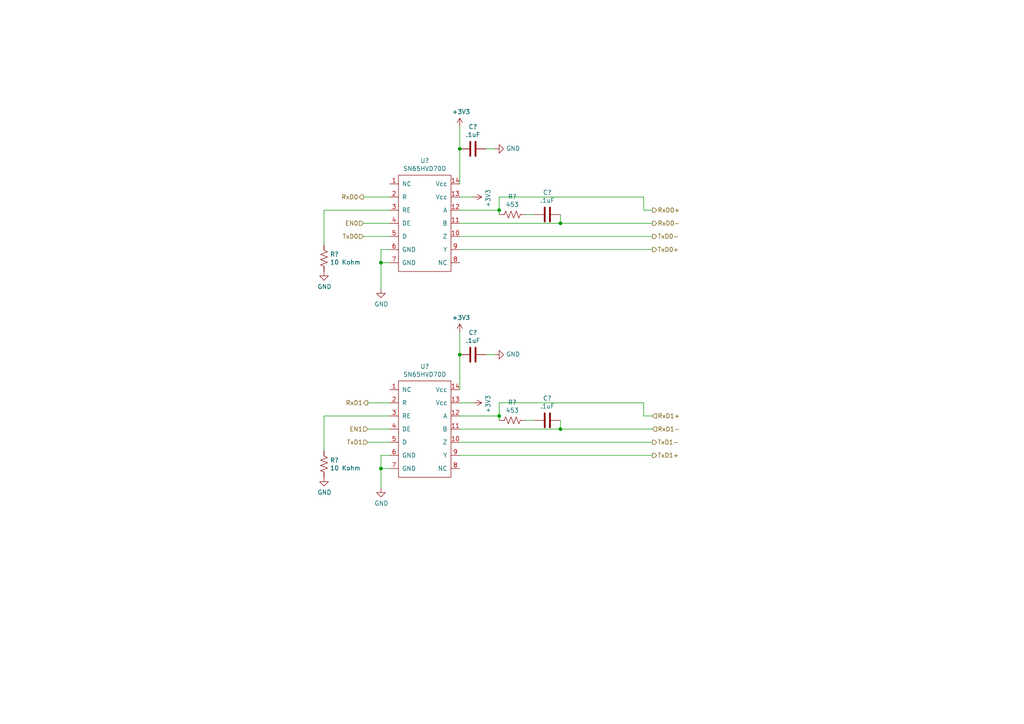
<source format=kicad_sch>
(kicad_sch (version 20211123) (generator eeschema)
  (paper "A4")
  (title_block (title "Avionics Board") (rev "A") (company "SilverSat Limited"))
  (lib_symbols
    (symbol "Device:C" (pin_numbers hide) (pin_names (offset 0.254))
      (property "Reference" "C" (at 0.635 2.54 0))
      (property "Value" "C" (at 0.635 -2.54 0))
      (symbol "C_0_1"
        (polyline (pts (xy -2.032 -0.762) (xy 2.032 -0.762)) (stroke (width 0.508)))
        (polyline (pts (xy -2.032 0.762) (xy 2.032 0.762)) (stroke (width 0.508)))
      )
      (symbol "C_1_1"
        (pin passive line (at 0 3.81 270) (length 2.794) (name "~") (number "1"))
        (pin passive line (at 0 -3.81 90) (length 2.794) (name "~") (number "2"))
      )
    )
    (symbol "Device:R_US" (pin_numbers hide) (pin_names (offset 0))
      (property "Reference" "R" (at 2.54 0 90))
      (property "Value" "R_US" (at -2.54 0 90))
      (symbol "R_US_0_1"
        (polyline (pts (xy 0 -2.286) (xy 0 -2.54)))
        (polyline (pts (xy 0 2.286) (xy 0 2.54)))
        (polyline (pts (xy 0 -0.762) (xy 1.016 -1.143) (xy 0 -1.524) (xy -1.016 -1.905) (xy 0 -2.286)))
        (polyline (pts (xy 0 0.762) (xy 1.016 0.381) (xy 0 0) (xy -1.016 -0.381) (xy 0 -0.762)))
        (polyline (pts (xy 0 2.286) (xy 1.016 1.905) (xy 0 1.524) (xy -1.016 1.143) (xy 0 0.762)))
      )
      (symbol "R_US_1_1"
        (pin passive line (at 0 3.81 270) (length 1.27) (name "~") (number "1"))
        (pin passive line (at 0 -3.81 90) (length 1.27) (name "~") (number "2"))
      )
    )
    (symbol "SilverSat_symbols:SN65HVD70D" (pin_names (offset 1.016))
      (property "Reference" "U" (at 0 0 0))
      (property "Value" "SN65HVD70D" (at 0 0 0))
      (symbol "SN65HVD70D_0_1"
        (rectangle (start -5.08 -3.81) (end 10.16 -31.75))
      )
      (symbol "SN65HVD70D_1_1"
        (pin input line (at -7.62 -6.35 0) (length 2.54) (name "NC") (number "1"))
        (pin input line (at 12.7 -21.59 180) (length 2.54) (name "Z") (number "10"))
        (pin input line (at 12.7 -17.78 180) (length 2.54) (name "B") (number "11"))
        (pin input line (at 12.7 -13.97 180) (length 2.54) (name "A") (number "12"))
        (pin input line (at 12.7 -10.16 180) (length 2.54) (name "Vcc") (number "13"))
        (pin input line (at 12.7 -6.35 180) (length 2.54) (name "Vcc") (number "14"))
        (pin input line (at -7.62 -10.16 0) (length 2.54) (name "R") (number "2"))
        (pin input line (at -7.62 -13.97 0) (length 2.54) (name "RE") (number "3"))
        (pin input line (at -7.62 -17.78 0) (length 2.54) (name "DE") (number "4"))
        (pin input line (at -7.62 -21.59 0) (length 2.54) (name "D") (number "5"))
        (pin input line (at -7.62 -25.4 0) (length 2.54) (name "GND") (number "6"))
        (pin input line (at -7.62 -29.21 0) (length 2.54) (name "GND") (number "7"))
        (pin input line (at 12.7 -29.21 180) (length 2.54) (name "NC") (number "8"))
        (pin input line (at 12.7 -25.4 180) (length 2.54) (name "Y") (number "9"))
      )
    )
    (symbol "power:+3.3V" (power) (pin_names (offset 0))
      (property "Value" "+3.3V" (at 0 3.556 0))
      (symbol "+3.3V_0_1"
        (polyline (pts (xy -0.762 1.27) (xy 0 2.54)))
        (polyline (pts (xy 0 0) (xy 0 2.54)))
        (polyline (pts (xy 0 2.54) (xy 0.762 1.27)))
      )
      (symbol "+3.3V_1_1"
        (pin power_in line (at 0 0 90) (length 0) hide (name "+3V3") (number "1"))
      )
    )
    (symbol "power:GND" (power) (pin_names (offset 0))
      (property "Value" "GND" (at 0 -3.81 0))
      (symbol "GND_0_1"
        (polyline (pts (xy 0 0) (xy 0 -1.27) (xy 1.27 -1.27) (xy 0 -2.54) (xy -1.27 -1.27) (xy 0 -1.27)))
      )
      (symbol "GND_1_1"
        (pin power_in line (at 0 0 270) (length 0) hide (name "GND") (number "1"))
      )
    )
  )
  (junction (at 162.56 124.46))
  (junction (at 110.49 76.2))
  (junction (at 144.78 120.65))
  (junction (at 133.35 43.18))
  (junction (at 162.56 64.77))
  (junction (at 110.49 135.89))
  (junction (at 144.78 60.96))
  (junction (at 133.35 102.87))
  (wire (pts (xy 162.56 121.92) (xy 162.56 124.46)))
  (wire (pts (xy 144.78 120.65) (xy 144.78 116.84)))
  (wire (pts (xy 93.98 60.96) (xy 93.98 71.12)))
  (wire (pts (xy 144.78 60.96) (xy 144.78 57.15)))
  (wire (pts (xy 133.35 102.87) (xy 133.35 113.03)))
  (wire (pts (xy 105.41 68.58) (xy 113.03 68.58)))
  (wire (pts (xy 110.49 132.08) (xy 110.49 135.89)))
  (wire (pts (xy 186.69 60.96) (xy 189.23 60.96)))
  (wire (pts (xy 162.56 64.77) (xy 189.23 64.77)))
  (wire (pts (xy 133.35 120.65) (xy 144.78 120.65)))
  (wire (pts (xy 113.03 60.96) (xy 93.98 60.96)))
  (wire (pts (xy 113.03 135.89) (xy 110.49 135.89)))
  (wire (pts (xy 144.78 116.84) (xy 186.69 116.84)))
  (wire (pts (xy 162.56 124.46) (xy 189.23 124.46)))
  (wire (pts (xy 133.35 72.39) (xy 189.23 72.39)))
  (wire (pts (xy 133.35 96.52) (xy 133.35 102.87)))
  (wire (pts (xy 133.35 124.46) (xy 162.56 124.46)))
  (wire (pts (xy 162.56 62.23) (xy 162.56 64.77)))
  (wire (pts (xy 152.4 121.92) (xy 154.94 121.92)))
  (wire (pts (xy 133.35 132.08) (xy 189.23 132.08)))
  (wire (pts (xy 186.69 120.65) (xy 189.23 120.65)))
  (wire (pts (xy 133.35 36.83) (xy 133.35 43.18)))
  (wire (pts (xy 186.69 57.15) (xy 186.69 60.96)))
  (wire (pts (xy 110.49 72.39) (xy 110.49 76.2)))
  (wire (pts (xy 113.03 120.65) (xy 93.98 120.65)))
  (wire (pts (xy 105.41 57.15) (xy 113.03 57.15)))
  (wire (pts (xy 133.35 64.77) (xy 162.56 64.77)))
  (wire (pts (xy 144.78 57.15) (xy 186.69 57.15)))
  (wire (pts (xy 133.35 68.58) (xy 189.23 68.58)))
  (wire (pts (xy 133.35 128.27) (xy 189.23 128.27)))
  (wire (pts (xy 144.78 62.23) (xy 144.78 60.96)))
  (wire (pts (xy 143.51 102.87) (xy 140.97 102.87)))
  (wire (pts (xy 113.03 132.08) (xy 110.49 132.08)))
  (wire (pts (xy 133.35 60.96) (xy 144.78 60.96)))
  (wire (pts (xy 110.49 76.2) (xy 110.49 83.82)))
  (wire (pts (xy 152.4 62.23) (xy 154.94 62.23)))
  (wire (pts (xy 186.69 116.84) (xy 186.69 120.65)))
  (wire (pts (xy 133.35 116.84) (xy 137.16 116.84)))
  (wire (pts (xy 113.03 76.2) (xy 110.49 76.2)))
  (wire (pts (xy 133.35 57.15) (xy 137.16 57.15)))
  (wire (pts (xy 110.49 135.89) (xy 110.49 141.605)))
  (wire (pts (xy 93.98 120.65) (xy 93.98 130.81)))
  (wire (pts (xy 133.35 43.18) (xy 133.35 53.34)))
  (wire (pts (xy 113.03 116.84) (xy 106.68 116.84)))
  (wire (pts (xy 105.41 64.77) (xy 113.03 64.77)))
  (wire (pts (xy 143.51 43.18) (xy 140.97 43.18)))
  (wire (pts (xy 106.68 124.46) (xy 113.03 124.46)))
  (wire (pts (xy 144.78 121.92) (xy 144.78 120.65)))
  (wire (pts (xy 113.03 72.39) (xy 110.49 72.39)))
  (wire (pts (xy 113.03 128.27) (xy 106.68 128.27)))
  (hierarchical_label "RxD1+" (shape input) (at 189.23 120.65 0))
  (hierarchical_label "TxD1" (shape input) (at 106.68 128.27 180))
  (hierarchical_label "TxD1-" (shape output) (at 189.23 128.27 0))
  (hierarchical_label "RxD0" (shape output) (at 105.41 57.15 180))
  (hierarchical_label "RxD0-" (shape output) (at 189.23 64.77 0))
  (hierarchical_label "EN0" (shape input) (at 105.41 64.77 180))
  (hierarchical_label "TxD0-" (shape output) (at 189.23 68.58 0))
  (hierarchical_label "RxD1" (shape output) (at 106.68 116.84 180))
  (hierarchical_label "RxD0+" (shape output) (at 189.23 60.96 0))
  (hierarchical_label "TxD0+" (shape output) (at 189.23 72.39 0))
  (hierarchical_label "RxD1-" (shape input) (at 189.23 124.46 0))
  (hierarchical_label "TxD0" (shape input) (at 105.41 68.58 180))
  (hierarchical_label "TxD1+" (shape output) (at 189.23 132.08 0))
  (hierarchical_label "EN1" (shape input) (at 106.68 124.46 180))
  (symbol (lib_id "SilverSat_symbols:SN65HVD70D") (at 120.65 46.99 0) (unit 1)
    (property "Reference" "U?" (at 123.19 46.609 0))
    (property "Value" "SN65HVD70D" (at 123.19 48.9204 0))
  )
  (symbol (lib_id "SilverSat_symbols:SN65HVD70D") (at 120.65 106.68 0) (unit 1)
    (property "Reference" "U?" (at 123.19 106.299 0))
    (property "Value" "SN65HVD70D" (at 123.19 108.6104 0))
  )
  (symbol (lib_id "power:GND") (at 110.49 83.82 0) (unit 1)
    (property "Reference" "#PWR0135" (effects hide))
    (property "Value" "GND" (at 110.617 88.2142 0))
  )
  (symbol (lib_id "Device:C") (at 158.75 62.23 90) (unit 1)
    (property "Reference" "C?" (at 158.75 55.8292 90))
    (property "Value" ".1uF" (at 158.75 58.1406 90))
  )
  (symbol (lib_id "power:GND") (at 110.49 141.605 0) (unit 1)
    (property "Reference" "#PWR0139" (effects hide))
    (property "Value" "GND" (at 110.617 145.9992 0))
  )
  (symbol (lib_id "Device:R_US") (at 148.59 62.23 270) (unit 1)
    (property "Reference" "R?" (at 148.59 57.023 90))
    (property "Value" "453" (at 148.59 59.3344 90))
  )
  (symbol (lib_id "Device:R_US") (at 93.98 74.93 0) (unit 1)
    (property "Reference" "R?" (at 95.7072 73.7616 0) (effects (justify left)))
    (property "Value" "10 Kohm" (at 95.7072 76.073 0) (effects (justify left)))
  )
  (symbol (lib_id "power:GND") (at 93.98 78.74 0) (unit 1)
    (property "Reference" "#PWR0136" (effects hide))
    (property "Value" "GND" (at 94.107 83.1342 0))
  )
  (symbol (lib_id "power:GND") (at 93.98 138.43 0) (unit 1)
    (property "Reference" "#PWR0140" (effects hide))
    (property "Value" "GND" (at 94.107 142.8242 0))
  )
  (symbol (lib_id "Device:R_US") (at 93.98 134.62 0) (unit 1)
    (property "Reference" "R?" (at 95.7072 133.4516 0) (effects (justify left)))
    (property "Value" "10 Kohm" (at 95.7072 135.763 0) (effects (justify left)))
  )
  (symbol (lib_id "power:+3.3V") (at 137.16 57.15 270) (unit 1)
    (property "Reference" "#PWR0134" (effects hide))
    (property "Value" "+3.3V" (at 141.5542 57.531 0))
  )
  (symbol (lib_id "Device:C") (at 158.75 121.92 90) (unit 1)
    (property "Reference" "C?" (at 158.75 115.5192 90))
    (property "Value" ".1uF" (at 158.75 117.8306 90))
  )
  (symbol (lib_id "Device:R_US") (at 148.59 121.92 270) (unit 1)
    (property "Reference" "R?" (at 148.59 116.713 90))
    (property "Value" "453" (at 148.59 119.0244 90))
  )
  (symbol (lib_id "power:+3.3V") (at 137.16 116.84 270) (unit 1)
    (property "Reference" "#PWR0142" (effects hide))
    (property "Value" "+3.3V" (at 141.5542 117.221 0))
  )
  (symbol (lib_id "Device:C") (at 137.16 43.18 90) (unit 1)
    (property "Reference" "C?" (at 137.16 36.7792 90))
    (property "Value" ".1uF" (at 137.16 39.0906 90))
  )
  (symbol (lib_id "power:+3.3V") (at 133.35 36.83 0) (unit 1)
    (property "Reference" "#PWR0137" (effects hide))
    (property "Value" "+3.3V" (at 133.731 32.4358 0))
  )
  (symbol (lib_id "power:GND") (at 143.51 43.18 90) (unit 1)
    (property "Reference" "#PWR0138" (effects hide))
    (property "Value" "GND" (at 146.7612 43.053 90) (effects (justify right)))
  )
  (symbol (lib_id "Device:C") (at 137.16 102.87 90) (unit 1)
    (property "Reference" "C?" (at 137.16 96.4692 90))
    (property "Value" ".1uF" (at 137.16 98.7806 90))
  )
  (symbol (lib_id "power:+3.3V") (at 133.35 96.52 0) (unit 1)
    (property "Reference" "#PWR0141" (effects hide))
    (property "Value" "+3.3V" (at 133.731 92.1258 0))
  )
  (symbol (lib_id "power:GND") (at 143.51 102.87 90) (unit 1)
    (property "Reference" "#PWR0143" (effects hide))
    (property "Value" "GND" (at 146.7612 102.743 90) (effects (justify right)))
  )
)
</source>
